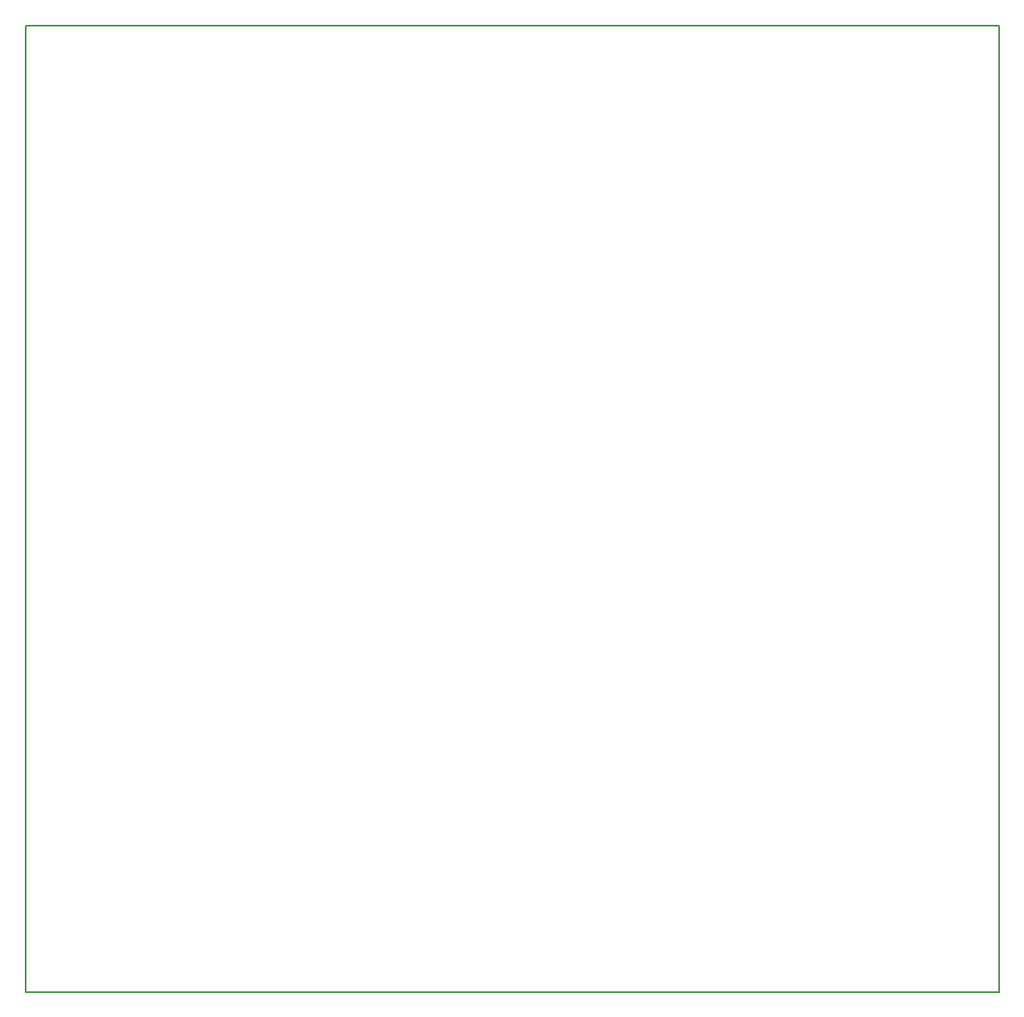
<source format=gbr>
G04 #@! TF.GenerationSoftware,KiCad,Pcbnew,9.0.7*
G04 #@! TF.CreationDate,2026-01-29T05:12:38+10:00*
G04 #@! TF.ProjectId,Jet Ranger DUE Prod Radio Controller,4a657420-5261-46e6-9765-722044554520,rev?*
G04 #@! TF.SameCoordinates,Original*
G04 #@! TF.FileFunction,Profile,NP*
%FSLAX46Y46*%
G04 Gerber Fmt 4.6, Leading zero omitted, Abs format (unit mm)*
G04 Created by KiCad (PCBNEW 9.0.7) date 2026-01-29 05:12:38*
%MOMM*%
%LPD*%
G01*
G04 APERTURE LIST*
G04 #@! TA.AperFunction,Profile*
%ADD10C,0.200000*%
G04 #@! TD*
G04 APERTURE END LIST*
D10*
X29964000Y-36216400D02*
X129464000Y-36216400D01*
X129464000Y-135016400D01*
X29964000Y-135016400D01*
X29964000Y-36216400D01*
M02*

</source>
